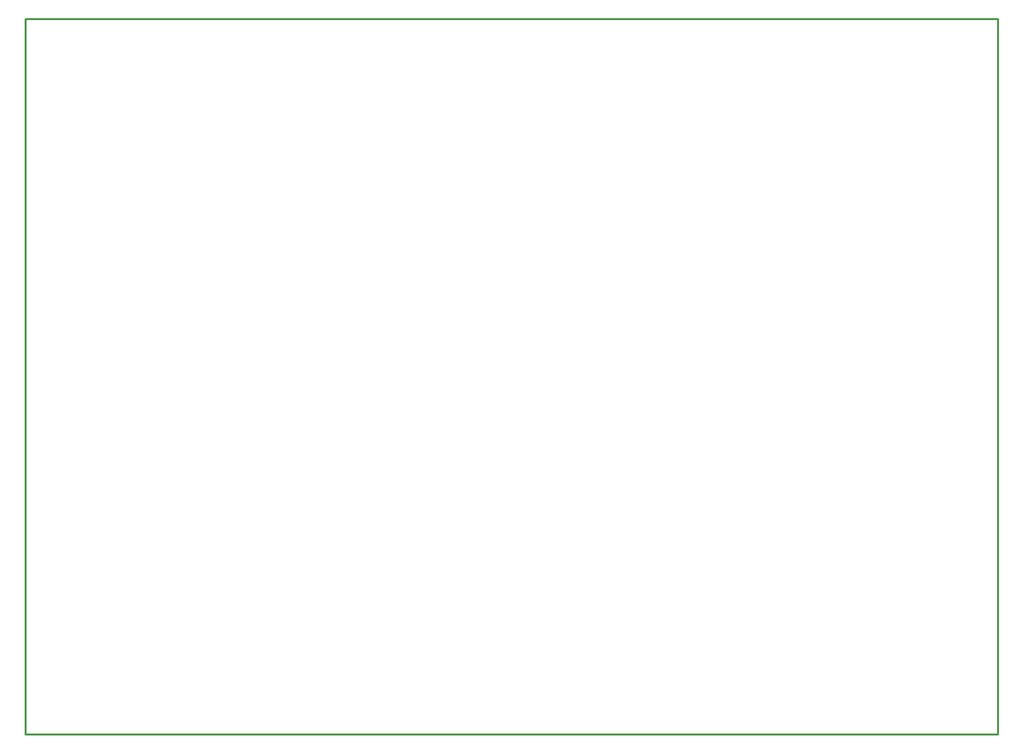
<source format=gm1>
G04*
G04 #@! TF.GenerationSoftware,Altium Limited,Altium Designer,21.6.4 (81)*
G04*
G04 Layer_Color=16711935*
%FSLAX25Y25*%
%MOIN*%
G70*
G04*
G04 #@! TF.SameCoordinates,954FB955-D8E7-4683-B3BB-D37EB7A61878*
G04*
G04*
G04 #@! TF.FilePolarity,Positive*
G04*
G01*
G75*
%ADD14C,0.01000*%
D14*
X500000D01*
X0Y367500D02*
X500000D01*
Y0D02*
Y367500D01*
X0Y0D02*
Y367500D01*
M02*

</source>
